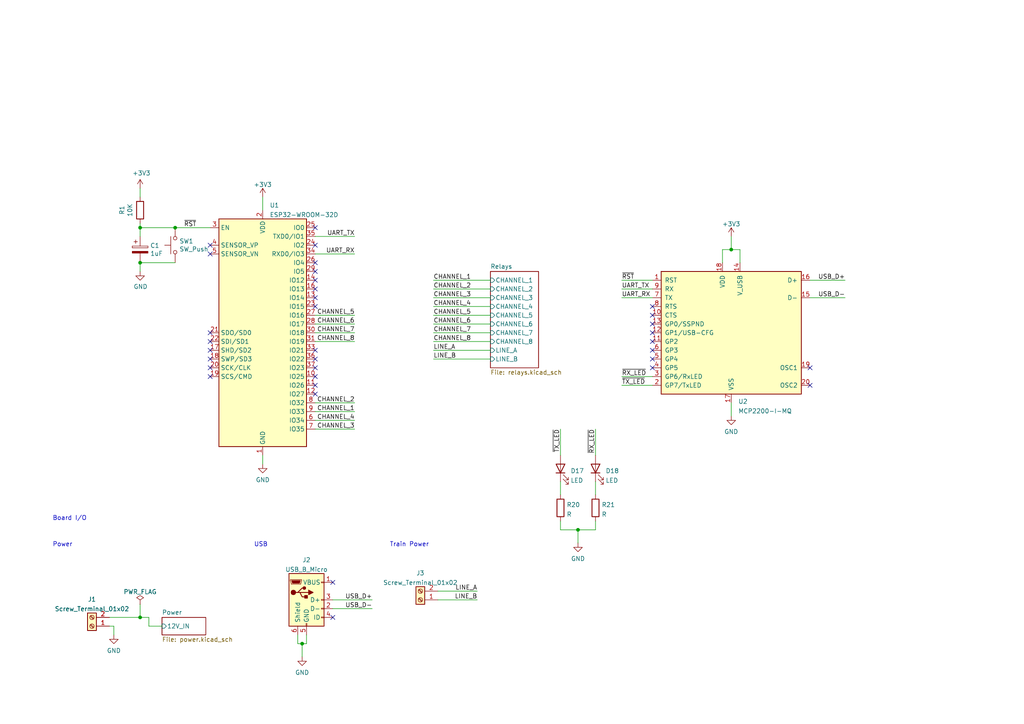
<source format=kicad_sch>
(kicad_sch (version 20211123) (generator eeschema)
  (paper "A4")
  (title_block (title "8 Channel Relay") (date "2022-03-20") (rev "1.1.1") (company "Matthew Nickson") (comment 1 "Licence: CC-BY-SA-4.0"))
  (lib_symbols
    (symbol "Connector:Screw_Terminal_01x02" (pin_names (offset 1.016) hide)
      (property "Reference" "J" (at 0 2.54 0))
      (property "Value" "Screw_Terminal_01x02" (at 0 -5.08 0))
      (symbol "Screw_Terminal_01x02_1_1"
        (rectangle (start -1.27 1.27) (end 1.27 -3.81) (stroke (width 0.254)) (fill (type background)))
        (circle (center 0 -2.54) (radius 0.635) (stroke (width 0.1524)))
        (polyline (pts (xy -0.5334 -2.2098) (xy 0.3302 -3.048)) (stroke (width 0.1524)))
        (polyline (pts (xy -0.5334 0.3302) (xy 0.3302 -0.508)) (stroke (width 0.1524)))
        (polyline (pts (xy -0.3556 -2.032) (xy 0.508 -2.8702)) (stroke (width 0.1524)))
        (polyline (pts (xy -0.3556 0.508) (xy 0.508 -0.3302)) (stroke (width 0.1524)))
        (circle (center 0 0) (radius 0.635) (stroke (width 0.1524)))
        (pin passive line (at -5.08 0 0) (length 3.81) (name "Pin_1") (number "1"))
        (pin passive line (at -5.08 -2.54 0) (length 3.81) (name "Pin_2") (number "2"))
      )
    )
    (symbol "Connector:USB_B_Micro" (pin_names (offset 1.016))
      (property "Reference" "J" (at -5.08 11.43 0))
      (property "Value" "USB_B_Micro" (at -5.08 8.89 0))
      (symbol "USB_B_Micro_0_1"
        (rectangle (start -5.08 -7.62) (end 5.08 7.62) (stroke (width 0.254)) (fill (type background)))
        (circle (center -3.81 2.159) (radius 0.635) (stroke (width 0.254)) (fill (type outline)))
        (circle (center -0.635 3.429) (radius 0.381) (stroke (width 0.254)) (fill (type outline)))
        (rectangle (start -0.127 -7.62) (end 0.127 -6.858))
        (polyline (pts (xy -1.905 2.159) (xy 0.635 2.159)) (stroke (width 0.254)))
        (polyline (pts (xy -3.175 2.159) (xy -2.54 2.159) (xy -1.27 3.429) (xy -0.635 3.429)) (stroke (width 0.254)))
        (polyline (pts (xy -2.54 2.159) (xy -1.905 2.159) (xy -1.27 0.889) (xy 0 0.889)) (stroke (width 0.254)))
        (polyline (pts (xy 0.635 2.794) (xy 0.635 1.524) (xy 1.905 2.159) (xy 0.635 2.794)) (stroke (width 0.254)) (fill (type outline)))
        (polyline (pts (xy -4.318 5.588) (xy -1.778 5.588) (xy -2.032 4.826) (xy -4.064 4.826) (xy -4.318 5.588)) (fill (type outline)))
        (polyline (pts (xy -4.699 5.842) (xy -4.699 5.588) (xy -4.445 4.826) (xy -4.445 4.572) (xy -1.651 4.572) (xy -1.651 4.826) (xy -1.397 5.588) (xy -1.397 5.842) (xy -4.699 5.842)))
        (rectangle (start 0.254 1.27) (end -0.508 0.508) (stroke (width 0.254)) (fill (type outline)))
        (rectangle (start 5.08 -5.207) (end 4.318 -4.953))
        (rectangle (start 5.08 -2.667) (end 4.318 -2.413))
        (rectangle (start 5.08 -0.127) (end 4.318 0.127))
        (rectangle (start 5.08 4.953) (end 4.318 5.207))
      )
      (symbol "USB_B_Micro_1_1"
        (pin power_out line (at 7.62 5.08 180) (length 2.54) (name "VBUS") (number "1"))
        (pin bidirectional line (at 7.62 -2.54 180) (length 2.54) (name "D-") (number "2"))
        (pin bidirectional line (at 7.62 0 180) (length 2.54) (name "D+") (number "3"))
        (pin passive line (at 7.62 -5.08 180) (length 2.54) (name "ID") (number "4"))
        (pin power_out line (at 0 -10.16 90) (length 2.54) (name "GND") (number "5"))
        (pin passive line (at -2.54 -10.16 90) (length 2.54) (name "Shield") (number "6"))
      )
    )
    (symbol "Device:C_Polarized" (pin_numbers hide) (pin_names (offset 0.254))
      (property "Reference" "C" (at 0.635 2.54 0))
      (property "Value" "C_Polarized" (at 0.635 -2.54 0))
      (symbol "C_Polarized_0_1"
        (rectangle (start -2.286 0.508) (end 2.286 1.016))
        (polyline (pts (xy -1.778 2.286) (xy -0.762 2.286)))
        (polyline (pts (xy -1.27 2.794) (xy -1.27 1.778)))
        (rectangle (start 2.286 -0.508) (end -2.286 -1.016) (fill (type outline)))
      )
      (symbol "C_Polarized_1_1"
        (pin passive line (at 0 3.81 270) (length 2.794) (name "~") (number "1"))
        (pin passive line (at 0 -3.81 90) (length 2.794) (name "~") (number "2"))
      )
    )
    (symbol "Device:LED" (pin_numbers hide) (pin_names (offset 1.016) hide)
      (property "Reference" "D" (at 0 2.54 0))
      (property "Value" "LED" (at 0 -2.54 0))
      (symbol "LED_0_1"
        (polyline (pts (xy -1.27 -1.27) (xy -1.27 1.27)) (stroke (width 0.254)))
        (polyline (pts (xy -1.27 0) (xy 1.27 0)))
        (polyline (pts (xy 1.27 -1.27) (xy 1.27 1.27) (xy -1.27 0) (xy 1.27 -1.27)) (stroke (width 0.254)))
        (polyline (pts (xy -3.048 -0.762) (xy -4.572 -2.286) (xy -3.81 -2.286) (xy -4.572 -2.286) (xy -4.572 -1.524)))
        (polyline (pts (xy -1.778 -0.762) (xy -3.302 -2.286) (xy -2.54 -2.286) (xy -3.302 -2.286) (xy -3.302 -1.524)))
      )
      (symbol "LED_1_1"
        (pin passive line (at -3.81 0 0) (length 2.54) (name "K") (number "1"))
        (pin passive line (at 3.81 0 180) (length 2.54) (name "A") (number "2"))
      )
    )
    (symbol "Device:R" (pin_numbers hide) (pin_names (offset 0))
      (property "Reference" "R" (at 2.032 0 90))
      (property "Value" "R" (at 0 0 90))
      (symbol "R_0_1"
        (rectangle (start -1.016 -2.54) (end 1.016 2.54) (stroke (width 0.254)))
      )
      (symbol "R_1_1"
        (pin passive line (at 0 3.81 270) (length 1.27) (name "~") (number "1"))
        (pin passive line (at 0 -3.81 90) (length 1.27) (name "~") (number "2"))
      )
    )
    (symbol "Interface_USB:MCP2200-I-MQ" (pin_names (offset 1.016))
      (property "Reference" "U" (at -20.32 -19.05 0))
      (property "Value" "MCP2200-I-MQ" (at -20.32 19.05 0))
      (symbol "MCP2200-I-MQ_0_1"
        (rectangle (start -20.32 17.78) (end 20.32 -17.78) (stroke (width 0.254)) (fill (type background)))
      )
      (symbol "MCP2200-I-MQ_1_1"
        (pin input line (at -22.86 15.24 0) (length 2.54) (name "RST") (number "1"))
        (pin input line (at -22.86 5.08 0) (length 2.54) (name "CTS") (number "10"))
        (pin bidirectional line (at -22.86 -2.54 0) (length 2.54) (name "GP2") (number "11"))
        (pin bidirectional line (at -22.86 0 0) (length 2.54) (name "GP1/USB-CFG") (number "12"))
        (pin bidirectional line (at -22.86 2.54 0) (length 2.54) (name "GP0/SSPND") (number "13"))
        (pin power_in line (at 2.54 20.32 270) (length 2.54) (name "V_USB") (number "14"))
        (pin bidirectional line (at 22.86 10.16 180) (length 2.54) (name "D-") (number "15"))
        (pin bidirectional line (at 22.86 15.24 180) (length 2.54) (name "D+") (number "16"))
        (pin power_in line (at 0 -20.32 90) (length 2.54) (name "VSS") (number "17"))
        (pin power_in line (at -2.54 20.32 270) (length 2.54) (name "VDD") (number "18"))
        (pin input line (at 22.86 -10.16 180) (length 2.54) (name "OSC1") (number "19"))
        (pin bidirectional line (at -22.86 -15.24 0) (length 2.54) (name "GP7/TxLED") (number "2"))
        (pin output line (at 22.86 -15.24 180) (length 2.54) (name "OSC2") (number "20"))
        (pin no_connect line (at 22.86 0 180) (length 2.54) hide (name "EP") (number "21"))
        (pin bidirectional line (at -22.86 -12.7 0) (length 2.54) (name "GP6/RxLED") (number "3"))
        (pin bidirectional line (at -22.86 -10.16 0) (length 2.54) (name "GP5") (number "4"))
        (pin bidirectional line (at -22.86 -7.62 0) (length 2.54) (name "GP4") (number "5"))
        (pin bidirectional line (at -22.86 -5.08 0) (length 2.54) (name "GP3") (number "6"))
        (pin output line (at -22.86 10.16 0) (length 2.54) (name "TX") (number "7"))
        (pin output line (at -22.86 7.62 0) (length 2.54) (name "RTS") (number "8"))
        (pin input line (at -22.86 12.7 0) (length 2.54) (name "RX") (number "9"))
      )
    )
    (symbol "RF_Module:ESP32-WROOM-32D"
      (property "Reference" "U" (at -12.7 34.29 0))
      (property "Value" "ESP32-WROOM-32D" (at 1.27 34.29 0))
      (symbol "ESP32-WROOM-32D_0_1"
        (rectangle (start -12.7 33.02) (end 12.7 -33.02) (stroke (width 0.254)) (fill (type background)))
      )
      (symbol "ESP32-WROOM-32D_1_1"
        (pin power_in line (at 0 -35.56 90) (length 2.54) (name "GND") (number "1"))
        (pin bidirectional line (at 15.24 -12.7 180) (length 2.54) (name "IO25") (number "10"))
        (pin bidirectional line (at 15.24 -15.24 180) (length 2.54) (name "IO26") (number "11"))
        (pin bidirectional line (at 15.24 -17.78 180) (length 2.54) (name "IO27") (number "12"))
        (pin bidirectional line (at 15.24 10.16 180) (length 2.54) (name "IO14") (number "13"))
        (pin bidirectional line (at 15.24 15.24 180) (length 2.54) (name "IO12") (number "14"))
        (pin passive line (at 0 -35.56 90) (length 2.54) hide (name "GND") (number "15"))
        (pin bidirectional line (at 15.24 12.7 180) (length 2.54) (name "IO13") (number "16"))
        (pin bidirectional line (at -15.24 -5.08 0) (length 2.54) (name "SHD/SD2") (number "17"))
        (pin bidirectional line (at -15.24 -7.62 0) (length 2.54) (name "SWP/SD3") (number "18"))
        (pin bidirectional line (at -15.24 -12.7 0) (length 2.54) (name "SCS/CMD") (number "19"))
        (pin power_in line (at 0 35.56 270) (length 2.54) (name "VDD") (number "2"))
        (pin bidirectional line (at -15.24 -10.16 0) (length 2.54) (name "SCK/CLK") (number "20"))
        (pin bidirectional line (at -15.24 0 0) (length 2.54) (name "SDO/SD0") (number "21"))
        (pin bidirectional line (at -15.24 -2.54 0) (length 2.54) (name "SDI/SD1") (number "22"))
        (pin bidirectional line (at 15.24 7.62 180) (length 2.54) (name "IO15") (number "23"))
        (pin bidirectional line (at 15.24 25.4 180) (length 2.54) (name "IO2") (number "24"))
        (pin bidirectional line (at 15.24 30.48 180) (length 2.54) (name "IO0") (number "25"))
        (pin bidirectional line (at 15.24 20.32 180) (length 2.54) (name "IO4") (number "26"))
        (pin bidirectional line (at 15.24 5.08 180) (length 2.54) (name "IO16") (number "27"))
        (pin bidirectional line (at 15.24 2.54 180) (length 2.54) (name "IO17") (number "28"))
        (pin bidirectional line (at 15.24 17.78 180) (length 2.54) (name "IO5") (number "29"))
        (pin input line (at -15.24 30.48 0) (length 2.54) (name "EN") (number "3"))
        (pin bidirectional line (at 15.24 0 180) (length 2.54) (name "IO18") (number "30"))
        (pin bidirectional line (at 15.24 -2.54 180) (length 2.54) (name "IO19") (number "31"))
        (pin no_connect line (at -12.7 -27.94 0) (length 2.54) hide (name "NC") (number "32"))
        (pin bidirectional line (at 15.24 -5.08 180) (length 2.54) (name "IO21") (number "33"))
        (pin bidirectional line (at 15.24 22.86 180) (length 2.54) (name "RXD0/IO3") (number "34"))
        (pin bidirectional line (at 15.24 27.94 180) (length 2.54) (name "TXD0/IO1") (number "35"))
        (pin bidirectional line (at 15.24 -7.62 180) (length 2.54) (name "IO22") (number "36"))
        (pin bidirectional line (at 15.24 -10.16 180) (length 2.54) (name "IO23") (number "37"))
        (pin passive line (at 0 -35.56 90) (length 2.54) hide (name "GND") (number "38"))
        (pin passive line (at 0 -35.56 90) (length 2.54) hide (name "GND") (number "39"))
        (pin input line (at -15.24 25.4 0) (length 2.54) (name "SENSOR_VP") (number "4"))
        (pin input line (at -15.24 22.86 0) (length 2.54) (name "SENSOR_VN") (number "5"))
        (pin input line (at 15.24 -25.4 180) (length 2.54) (name "IO34") (number "6"))
        (pin input line (at 15.24 -27.94 180) (length 2.54) (name "IO35") (number "7"))
        (pin bidirectional line (at 15.24 -20.32 180) (length 2.54) (name "IO32") (number "8"))
        (pin bidirectional line (at 15.24 -22.86 180) (length 2.54) (name "IO33") (number "9"))
      )
    )
    (symbol "Switch:SW_Push" (pin_numbers hide) (pin_names (offset 1.016) hide)
      (property "Reference" "SW" (at 1.27 2.54 0))
      (property "Value" "SW_Push" (at 0 -1.524 0))
      (symbol "SW_Push_0_1"
        (circle (center -2.032 0) (radius 0.508))
        (polyline (pts (xy 0 1.27) (xy 0 3.048)))
        (polyline (pts (xy 2.54 1.27) (xy -2.54 1.27)))
        (circle (center 2.032 0) (radius 0.508))
        (pin passive line (at -5.08 0 0) (length 2.54) (name "1") (number "1"))
        (pin passive line (at 5.08 0 180) (length 2.54) (name "2") (number "2"))
      )
    )
    (symbol "power:+3V3" (power) (pin_names (offset 0))
      (property "Value" "+3V3" (at 0 3.556 0))
      (symbol "+3V3_0_1"
        (polyline (pts (xy -0.762 1.27) (xy 0 2.54)))
        (polyline (pts (xy 0 0) (xy 0 2.54)))
        (polyline (pts (xy 0 2.54) (xy 0.762 1.27)))
      )
      (symbol "+3V3_1_1"
        (pin power_in line (at 0 0 90) (length 0) hide (name "+3V3") (number "1"))
      )
    )
    (symbol "power:GND" (power) (pin_names (offset 0))
      (property "Value" "GND" (at 0 -3.81 0))
      (symbol "GND_0_1"
        (polyline (pts (xy 0 0) (xy 0 -1.27) (xy 1.27 -1.27) (xy 0 -2.54) (xy -1.27 -1.27) (xy 0 -1.27)))
      )
      (symbol "GND_1_1"
        (pin power_in line (at 0 0 270) (length 0) hide (name "GND") (number "1"))
      )
    )
    (symbol "power:PWR_FLAG" (power) (pin_numbers hide) (pin_names (offset 0) hide)
      (property "Value" "PWR_FLAG" (at 0 3.81 0))
      (symbol "PWR_FLAG_0_0"
        (pin power_out line (at 0 0 90) (length 0) (name "pwr") (number "1"))
      )
      (symbol "PWR_FLAG_0_1"
        (polyline (pts (xy 0 0) (xy 0 1.27) (xy -1.016 1.905) (xy 0 2.54) (xy 1.016 1.905) (xy 0 1.27)))
      )
    )
  )
  (junction (at 87.63 186.69))
  (junction (at 50.8 66.04))
  (junction (at 40.64 179.07))
  (junction (at 40.64 66.04))
  (junction (at 212.09 72.39))
  (junction (at 40.64 76.2))
  (junction (at 167.64 153.67))
  (no_connect (at 60.96 96.52))
  (no_connect (at 60.96 99.06))
  (no_connect (at 60.96 101.6))
  (no_connect (at 60.96 104.14))
  (no_connect (at 91.44 114.3))
  (no_connect (at 60.96 106.68))
  (no_connect (at 60.96 109.22))
  (no_connect (at 60.96 73.66))
  (no_connect (at 189.23 99.06))
  (no_connect (at 60.96 71.12))
  (no_connect (at 234.95 106.68))
  (no_connect (at 91.44 71.12))
  (no_connect (at 91.44 78.74))
  (no_connect (at 91.44 76.2))
  (no_connect (at 91.44 66.04))
  (no_connect (at 91.44 111.76))
  (no_connect (at 91.44 109.22))
  (no_connect (at 91.44 106.68))
  (no_connect (at 91.44 104.14))
  (no_connect (at 91.44 101.6))
  (no_connect (at 189.23 91.44))
  (no_connect (at 96.52 168.91))
  (no_connect (at 91.44 81.28))
  (no_connect (at 91.44 83.82))
  (no_connect (at 91.44 86.36))
  (no_connect (at 91.44 88.9))
  (no_connect (at 189.23 96.52))
  (no_connect (at 96.52 179.07))
  (no_connect (at 234.95 111.76))
  (no_connect (at 189.23 93.98))
  (no_connect (at 189.23 104.14))
  (no_connect (at 189.23 88.9))
  (no_connect (at 189.23 101.6))
  (no_connect (at 189.23 106.68))
  (wire (pts (xy 91.44 121.92) (xy 102.87 121.92)))
  (wire (pts (xy 167.64 153.67) (xy 172.72 153.67)))
  (wire (pts (xy 162.56 124.46) (xy 162.56 132.08)))
  (wire (pts (xy 214.63 72.39) (xy 214.63 76.2)))
  (wire (pts (xy 40.64 66.04) (xy 40.64 68.58)))
  (wire (pts (xy 31.75 181.61) (xy 33.02 181.61)))
  (wire (pts (xy 40.64 175.26) (xy 40.64 179.07)))
  (wire (pts (xy 125.73 91.44) (xy 142.24 91.44)))
  (wire (pts (xy 172.72 139.7) (xy 172.72 143.51)))
  (wire (pts (xy 96.52 176.53) (xy 107.95 176.53)))
  (wire (pts (xy 127 171.45) (xy 138.43 171.45)))
  (wire (pts (xy 96.52 173.99) (xy 107.95 173.99)))
  (wire (pts (xy 125.73 99.06) (xy 142.24 99.06)))
  (wire (pts (xy 125.73 101.6) (xy 142.24 101.6)))
  (wire (pts (xy 125.73 83.82) (xy 142.24 83.82)))
  (wire (pts (xy 209.55 72.39) (xy 212.09 72.39)))
  (wire (pts (xy 125.73 93.98) (xy 142.24 93.98)))
  (wire (pts (xy 91.44 99.06) (xy 102.87 99.06)))
  (wire (pts (xy 180.34 81.28) (xy 189.23 81.28)))
  (wire (pts (xy 76.2 132.08) (xy 76.2 134.62)))
  (wire (pts (xy 212.09 68.58) (xy 212.09 72.39)))
  (wire (pts (xy 209.55 72.39) (xy 209.55 76.2)))
  (wire (pts (xy 40.64 64.77) (xy 40.64 66.04)))
  (wire (pts (xy 91.44 73.66) (xy 102.87 73.66)))
  (wire (pts (xy 234.95 86.36) (xy 245.11 86.36)))
  (wire (pts (xy 40.64 76.2) (xy 40.64 78.74)))
  (wire (pts (xy 87.63 186.69) (xy 87.63 190.5)))
  (wire (pts (xy 212.09 72.39) (xy 214.63 72.39)))
  (wire (pts (xy 50.8 66.04) (xy 60.96 66.04)))
  (wire (pts (xy 86.36 186.69) (xy 86.36 184.15)))
  (wire (pts (xy 180.34 83.82) (xy 189.23 83.82)))
  (wire (pts (xy 180.34 111.76) (xy 189.23 111.76)))
  (wire (pts (xy 31.75 179.07) (xy 40.64 179.07)))
  (wire (pts (xy 91.44 116.84) (xy 102.87 116.84)))
  (wire (pts (xy 125.73 96.52) (xy 142.24 96.52)))
  (wire (pts (xy 40.64 179.07) (xy 43.18 179.07)))
  (wire (pts (xy 43.18 181.61) (xy 46.99 181.61)))
  (wire (pts (xy 167.64 153.67) (xy 167.64 157.48)))
  (wire (pts (xy 172.72 124.46) (xy 172.72 132.08)))
  (wire (pts (xy 40.64 66.04) (xy 50.8 66.04)))
  (wire (pts (xy 125.73 86.36) (xy 142.24 86.36)))
  (wire (pts (xy 91.44 124.46) (xy 102.87 124.46)))
  (wire (pts (xy 50.8 76.2) (xy 40.64 76.2)))
  (wire (pts (xy 40.64 54.61) (xy 40.64 57.15)))
  (wire (pts (xy 172.72 153.67) (xy 172.72 151.13)))
  (wire (pts (xy 125.73 88.9) (xy 142.24 88.9)))
  (wire (pts (xy 180.34 86.36) (xy 189.23 86.36)))
  (wire (pts (xy 91.44 68.58) (xy 102.87 68.58)))
  (wire (pts (xy 88.9 184.15) (xy 88.9 186.69)))
  (wire (pts (xy 88.9 186.69) (xy 87.63 186.69)))
  (wire (pts (xy 91.44 93.98) (xy 102.87 93.98)))
  (wire (pts (xy 162.56 139.7) (xy 162.56 143.51)))
  (wire (pts (xy 91.44 91.44) (xy 102.87 91.44)))
  (wire (pts (xy 33.02 181.61) (xy 33.02 184.15)))
  (wire (pts (xy 91.44 96.52) (xy 102.87 96.52)))
  (wire (pts (xy 162.56 153.67) (xy 167.64 153.67)))
  (wire (pts (xy 43.18 179.07) (xy 43.18 181.61)))
  (wire (pts (xy 234.95 81.28) (xy 245.11 81.28)))
  (wire (pts (xy 125.73 104.14) (xy 142.24 104.14)))
  (wire (pts (xy 91.44 119.38) (xy 102.87 119.38)))
  (wire (pts (xy 87.63 186.69) (xy 86.36 186.69)))
  (wire (pts (xy 76.2 57.15) (xy 76.2 60.96)))
  (wire (pts (xy 127 173.99) (xy 138.43 173.99)))
  (wire (pts (xy 212.09 116.84) (xy 212.09 120.65)))
  (wire (pts (xy 162.56 151.13) (xy 162.56 153.67)))
  (wire (pts (xy 180.34 109.22) (xy 189.23 109.22)))
  (wire (pts (xy 125.73 81.28) (xy 142.24 81.28)))
  (text "Train Power" (at 124.46 158.75 180) (effects (font (size 1.27 1.27)) (justify right bottom)))
  (text "Board I/O" (at 15.24 151.13 0) (effects (font (size 1.27 1.27)) (justify left bottom)))
  (text "Power" (at 15.24 158.75 0) (effects (font (size 1.27 1.27)) (justify left bottom)))
  (text "USB" (at 73.66 158.75 0) (effects (font (size 1.27 1.27)) (justify left bottom)))
  (label "USB_D+" (at 245.11 81.28 180))
  (label "~{RX_LED}" (at 180.34 109.22 0))
  (label "USB_D-" (at 245.11 86.36 180))
  (label "UART_RX" (at 102.87 73.66 180))
  (label "~{RST}" (at 53.34 66.04 0))
  (label "CHANNEL_1" (at 102.87 119.38 180))
  (label "LINE_B" (at 125.73 104.14 0))
  (label "CHANNEL_4" (at 125.73 88.9 0))
  (label "UART_TX" (at 180.34 83.82 0))
  (label "~{TX_LED}" (at 180.34 111.76 0))
  (label "UART_RX" (at 180.34 86.36 0))
  (label "~{RST}" (at 180.34 81.28 0))
  (label "UART_TX" (at 102.87 68.58 180))
  (label "CHANNEL_7" (at 125.73 96.52 0))
  (label "USB_D+" (at 107.95 173.99 180))
  (label "CHANNEL_5" (at 125.73 91.44 0))
  (label "CHANNEL_3" (at 125.73 86.36 0))
  (label "CHANNEL_2" (at 125.73 83.82 0))
  (label "LINE_A" (at 138.43 171.45 180))
  (label "CHANNEL_6" (at 125.73 93.98 0))
  (label "CHANNEL_8" (at 102.87 99.06 180))
  (label "CHANNEL_6" (at 102.87 93.98 180))
  (label "LINE_B" (at 138.43 173.99 180))
  (label "CHANNEL_4" (at 102.87 121.92 180))
  (label "CHANNEL_2" (at 102.87 116.84 180))
  (label "LINE_A" (at 125.73 101.6 0))
  (label "CHANNEL_8" (at 125.73 99.06 0))
  (label "CHANNEL_1" (at 125.73 81.28 0))
  (label "CHANNEL_5" (at 102.87 91.44 180))
  (label "~{TX_LED}" (at 162.56 124.46 270))
  (label "USB_D-" (at 107.95 176.53 180))
  (label "CHANNEL_3" (at 102.87 124.46 180))
  (label "CHANNEL_7" (at 102.87 96.52 180))
  (label "~{RX_LED}" (at 172.72 124.46 270))
  (symbol (lib_id "Device:C_Polarized") (at 40.64 72.39 0) (unit 1)
    (property "Reference" "C1" (at 43.561 71.2216 0) (effects (justify left)))
    (property "Value" "1uF" (at 43.561 73.533 0) (effects (justify left)))
    (property "Footprint" "Capacitor_SMD:CP_Elec_4x3" (effects hide))
  )
  (symbol (lib_id "Connector:Screw_Terminal_01x02") (at 26.67 181.61 180) (unit 1)
    (property "Reference" "J1" (at 26.67 173.8335 0))
    (property "Value" "Screw_Terminal_01x02" (at 26.67 176.6086 0))
    (property "Footprint" "TerminalBlock:TerminalBlock_bornier-2_P5.08mm" (effects hide))
  )
  (symbol (lib_id "Connector:Screw_Terminal_01x02") (at 121.92 173.99 180) (unit 1)
    (property "Reference" "J3" (at 121.92 166.2135 0))
    (property "Value" "Screw_Terminal_01x02" (at 121.92 168.9886 0))
    (property "Footprint" "TerminalBlock:TerminalBlock_bornier-2_P5.08mm" (effects hide))
  )
  (symbol (lib_id "power:PWR_FLAG") (at 40.64 175.26 0) (unit 1)
    (property "Reference" "#FLG01" (effects hide))
    (property "Value" "PWR_FLAG" (at 40.64 171.6555 0))
  )
  (symbol (lib_id "Switch:SW_Push") (at 50.8 71.12 90) (unit 1)
    (property "Reference" "SW1" (at 52.0192 69.9516 90) (effects (justify right)))
    (property "Value" "SW_Push" (at 52.0192 72.263 90) (effects (justify right)))
    (property "Footprint" "Button_Switch_SMD:SW_Push_1P1T_NO_6x6mm_H9.5mm" (effects hide))
  )
  (symbol (lib_id "power:GND") (at 76.2 134.62 0) (unit 1)
    (property "Reference" "#PWR05" (effects hide))
    (property "Value" "GND" (at 76.2 139.1825 0))
  )
  (symbol (lib_id "RF_Module:ESP32-WROOM-32D") (at 76.2 96.52 0) (unit 1)
    (property "Reference" "U1" (at 78.2194 59.5335 0) (effects (justify left)))
    (property "Value" "ESP32-WROOM-32D" (at 78.2194 62.3086 0) (effects (justify left)))
    (property "Footprint" "RF_Module:ESP32-WROOM-32" (effects hide))
    (property "Datasheet" "https://www.espressif.com/sites/default/files/documentation/esp32-wroom-32d_esp32-wroom-32u_datasheet_en.pdf" (effects hide))
  )
  (symbol (lib_id "power:GND") (at 167.64 157.48 0) (unit 1)
    (property "Reference" "#PWR021" (effects hide))
    (property "Value" "GND" (at 167.64 162.0425 0))
  )
  (symbol (lib_id "Device:R") (at 40.64 60.96 0) (unit 1)
    (property "Reference" "R1" (at 35.3822 60.96 90))
    (property "Value" "10K" (at 37.6936 60.96 90))
    (property "Footprint" "Resistor_SMD:R_0805_2012Metric" (effects hide))
  )
  (symbol (lib_id "Device:R") (at 162.56 147.32 0) (unit 1)
    (property "Reference" "R20" (at 164.338 146.4115 0) (effects (justify left)))
    (property "Value" "R" (at 164.338 149.1866 0) (effects (justify left)))
    (property "Footprint" "Resistor_SMD:R_0805_2012Metric" (effects hide))
  )
  (symbol (lib_id "Device:LED") (at 162.56 135.89 90) (unit 1)
    (property "Reference" "D17" (at 165.481 136.569 90) (effects (justify right)))
    (property "Value" "LED" (at 165.481 139.3441 90) (effects (justify right)))
    (property "Footprint" "LED_SMD:LED_0805_2012Metric" (effects hide))
  )
  (symbol (lib_id "Interface_USB:MCP2200-I-MQ") (at 212.09 96.52 0) (unit 1)
    (property "Reference" "U2" (at 214.1094 116.4495 0) (effects (justify left)))
    (property "Value" "MCP2200-I-MQ" (at 214.1094 119.2246 0) (effects (justify left)))
    (property "Footprint" "Package_DFN_QFN:QFN-20-1EP_5x5mm_P0.65mm_EP3.35x3.35mm" (effects hide))
    (property "Datasheet" "http://ww1.microchip.com/downloads/en/DeviceDoc/200022228D.pdf" (effects hide))
  )
  (symbol (lib_id "power:GND") (at 212.09 120.65 0) (unit 1)
    (property "Reference" "#PWR08" (effects hide))
    (property "Value" "GND" (at 212.09 125.2125 0))
  )
  (symbol (lib_id "power:GND") (at 33.02 184.15 0) (unit 1)
    (property "Reference" "#PWR01" (effects hide))
    (property "Value" "GND" (at 33.02 188.7125 0))
  )
  (symbol (lib_id "power:+3V3") (at 76.2 57.15 0) (unit 1)
    (property "Reference" "#PWR04" (effects hide))
    (property "Value" "+3V3" (at 76.2 53.5455 0))
  )
  (symbol (lib_id "power:GND") (at 87.63 190.5 0) (unit 1)
    (property "Reference" "#PWR06" (effects hide))
    (property "Value" "GND" (at 87.63 195.0625 0))
  )
  (symbol (lib_id "Device:R") (at 172.72 147.32 0) (unit 1)
    (property "Reference" "R21" (at 174.498 146.4115 0) (effects (justify left)))
    (property "Value" "R" (at 174.498 149.1866 0) (effects (justify left)))
    (property "Footprint" "Resistor_SMD:R_0805_2012Metric" (effects hide))
  )
  (symbol (lib_id "power:GND") (at 40.64 78.74 0) (unit 1)
    (property "Reference" "#PWR03" (effects hide))
    (property "Value" "GND" (at 40.767 83.1342 0))
  )
  (symbol (lib_id "power:+3V3") (at 40.64 54.61 0) (unit 1)
    (property "Reference" "#PWR02" (effects hide))
    (property "Value" "+3V3" (at 41.021 50.2158 0))
  )
  (symbol (lib_id "Device:LED") (at 172.72 135.89 90) (unit 1)
    (property "Reference" "D18" (at 175.641 136.569 90) (effects (justify right)))
    (property "Value" "LED" (at 175.641 139.3441 90) (effects (justify right)))
    (property "Footprint" "LED_SMD:LED_0805_2012Metric" (effects hide))
  )
  (symbol (lib_id "power:+3V3") (at 212.09 68.58 0) (unit 1)
    (property "Reference" "#PWR07" (effects hide))
    (property "Value" "+3V3" (at 212.09 64.9755 0))
  )
  (symbol (lib_id "Connector:USB_B_Micro") (at 88.9 173.99 0) (unit 1)
    (property "Reference" "J2" (at 88.9 162.4035 0))
    (property "Value" "USB_B_Micro" (at 88.9 165.1786 0))
    (property "Footprint" "Connector_USB:USB_Micro-B_Molex_47346-0001" (effects hide))
  )
  (sheet (at 46.99 179.07) (size 12.7 5.08) (stroke (width 0.1524))
    (property "Sheet name" "Power" (at 46.99 178.3584 0) (effects (justify left bottom)))
    (property "Sheet file" "power.kicad_sch" (at 46.99 184.7346 0) (effects (justify left top)))
    (pin "12V_IN" input (at 46.99 181.61 180))
  )
  (sheet (at 142.24 78.74) (size 13.97 27.94) (stroke (width 0.1524))
    (property "Sheet name" "Relays" (at 142.24 78.0284 0) (effects (justify left bottom)))
    (property "Sheet file" "relays.kicad_sch" (at 142.24 107.2646 0) (effects (justify left top)))
    (pin "CHANNEL_1" input (at 142.24 81.28 180))
    (pin "CHANNEL_2" input (at 142.24 83.82 180))
    (pin "CHANNEL_3" input (at 142.24 86.36 180))
    (pin "CHANNEL_4" input (at 142.24 88.9 180))
    (pin "CHANNEL_5" input (at 142.24 91.44 180))
    (pin "CHANNEL_6" input (at 142.24 93.98 180))
    (pin "CHANNEL_7" input (at 142.24 96.52 180))
    (pin "CHANNEL_8" input (at 142.24 99.06 180))
    (pin "LINE_A" input (at 142.24 101.6 180))
    (pin "LINE_B" input (at 142.24 104.14 180))
  )
)
</source>
